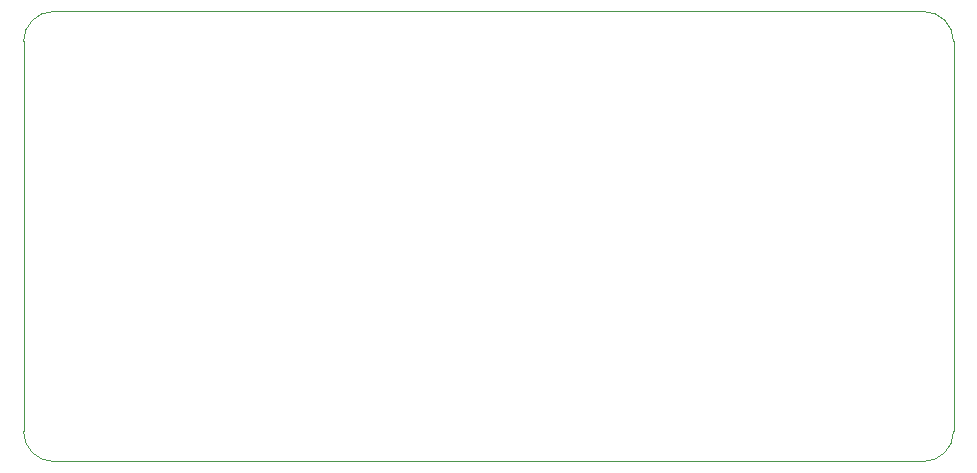
<source format=gm1>
%TF.GenerationSoftware,KiCad,Pcbnew,(5.1.12)-1*%
%TF.CreationDate,2022-04-14T09:57:20+09:00*%
%TF.ProjectId,ai03-pcb-guide,61693033-2d70-4636-922d-67756964652e,rev?*%
%TF.SameCoordinates,Original*%
%TF.FileFunction,Profile,NP*%
%FSLAX46Y46*%
G04 Gerber Fmt 4.6, Leading zero omitted, Abs format (unit mm)*
G04 Created by KiCad (PCBNEW (5.1.12)-1) date 2022-04-14 09:57:20*
%MOMM*%
%LPD*%
G01*
G04 APERTURE LIST*
%TA.AperFunction,Profile*%
%ADD10C,0.050000*%
%TD*%
G04 APERTURE END LIST*
D10*
X121920000Y-73660000D02*
X48260000Y-73660000D01*
X48260000Y-111760000D02*
X121920000Y-111760000D01*
X45720000Y-109220000D02*
X45720000Y-76200000D01*
X48260000Y-111760000D02*
G75*
G02*
X45720000Y-109220000I0J2540000D01*
G01*
X45720000Y-76200000D02*
G75*
G02*
X48260000Y-73660000I2540000J0D01*
G01*
X124460000Y-76200000D02*
X124460000Y-109220000D01*
X124460000Y-109220000D02*
G75*
G02*
X121920000Y-111760000I-2540000J0D01*
G01*
X121920000Y-73660000D02*
G75*
G02*
X124460000Y-76200000I0J-2540000D01*
G01*
M02*

</source>
